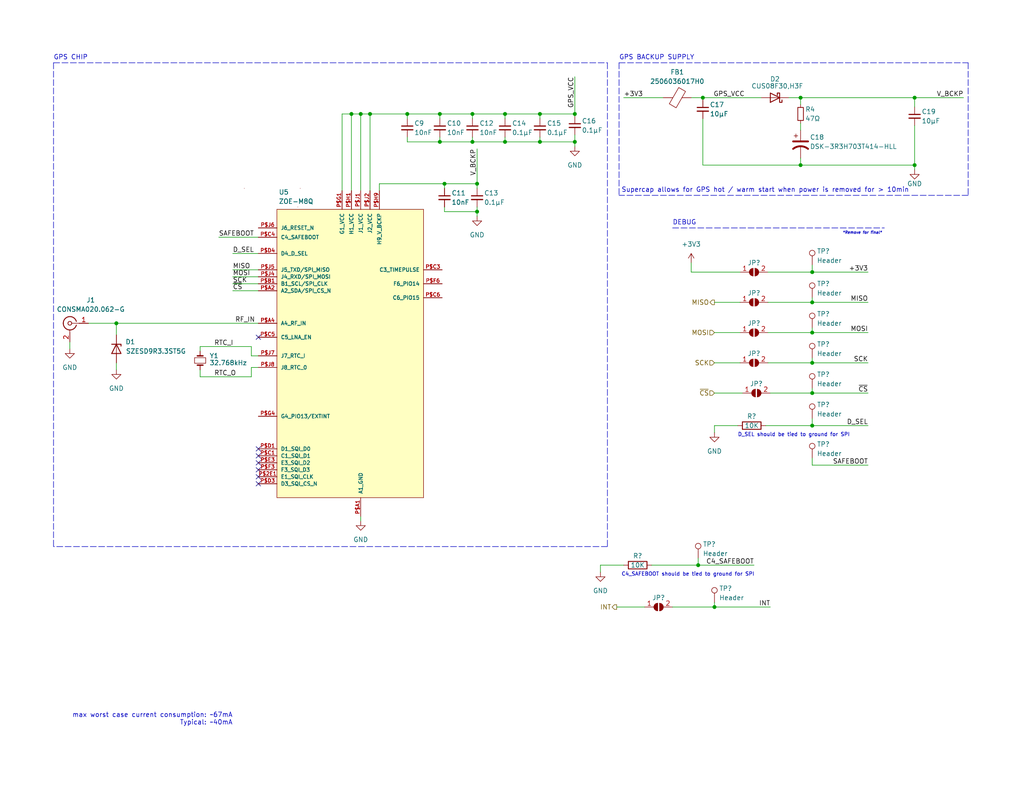
<source format=kicad_sch>
(kicad_sch (version 20211123) (generator eeschema)
  (paper "USLetter")
  (title_block (date "2022-08-06") (rev "V1.0 ") (company "Missouri S&T Rocket Design Team") (comment 1 "Seth Sievers"))
  (lib_symbols
    (symbol "Connector:Conn_Coaxial" (pin_names (offset 1.016) hide)
      (property "Reference" "J" (at 0.254 3.048 0))
      (property "Value" "Conn_Coaxial" (at 2.921 0 90))
      (symbol "Conn_Coaxial_0_1"
        (arc (start -1.778 -0.508) (mid 0.2311 -1.8066) (end 1.778 0) (stroke (width 0.254)))
        (polyline (pts (xy -2.54 0) (xy -0.508 0)))
        (polyline (pts (xy 0 -2.54) (xy 0 -1.778)))
        (circle (center 0 0) (radius 0.508) (stroke (width 0.2032)))
        (arc (start 1.778 0) (mid 0.2099 1.8101) (end -1.778 0.508) (stroke (width 0.254)))
      )
      (symbol "Conn_Coaxial_1_1"
        (pin passive line (at -5.08 0 0) (length 2.54) (name "In") (number "1"))
        (pin passive line (at 0 -5.08 90) (length 2.54) (name "Ext") (number "2"))
      )
    )
    (symbol "Connector:TestPoint" (pin_numbers hide) (pin_names (offset 0.762) hide)
      (property "Reference" "TP" (at 0 6.858 0))
      (property "Value" "TestPoint" (at 0 5.08 0))
      (symbol "TestPoint_0_1"
        (circle (center 0 3.302) (radius 0.762))
      )
      (symbol "TestPoint_1_1"
        (pin passive line (at 0 0 90) (length 2.54) (name "1") (number "1"))
      )
    )
    (symbol "Device:C_Polarized_US" (pin_numbers hide) (pin_names (offset 0.254) hide)
      (property "Reference" "C" (at 0.635 2.54 0))
      (property "Value" "C_Polarized_US" (at 0.635 -2.54 0))
      (symbol "C_Polarized_US_0_1"
        (polyline (pts (xy -2.032 0.762) (xy 2.032 0.762)) (stroke (width 0.508)))
        (polyline (pts (xy -1.778 2.286) (xy -0.762 2.286)))
        (polyline (pts (xy -1.27 1.778) (xy -1.27 2.794)))
        (arc (start 2.032 -1.27) (mid 0 -0.5572) (end -2.032 -1.27) (stroke (width 0.508)))
      )
      (symbol "C_Polarized_US_1_1"
        (pin passive line (at 0 3.81 270) (length 2.794) (name "~") (number "1"))
        (pin passive line (at 0 -3.81 90) (length 3.302) (name "~") (number "2"))
      )
    )
    (symbol "Device:C_Small" (pin_numbers hide) (pin_names (offset 0.254) hide)
      (property "Reference" "C" (at 0.254 1.778 0))
      (property "Value" "C_Small" (at 0.254 -2.032 0))
      (symbol "C_Small_0_1"
        (polyline (pts (xy -1.524 -0.508) (xy 1.524 -0.508)) (stroke (width 0.3302)))
        (polyline (pts (xy -1.524 0.508) (xy 1.524 0.508)) (stroke (width 0.3048)))
      )
      (symbol "C_Small_1_1"
        (pin passive line (at 0 2.54 270) (length 2.032) (name "~") (number "1"))
        (pin passive line (at 0 -2.54 90) (length 2.032) (name "~") (number "2"))
      )
    )
    (symbol "Device:Crystal_Small" (pin_numbers hide) (pin_names (offset 1.016) hide)
      (property "Reference" "Y" (at 0 2.54 0))
      (property "Value" "Crystal_Small" (at 0 -2.54 0))
      (symbol "Crystal_Small_0_1"
        (rectangle (start -0.762 -1.524) (end 0.762 1.524))
        (polyline (pts (xy -1.27 -0.762) (xy -1.27 0.762)) (stroke (width 0.381)))
        (polyline (pts (xy 1.27 -0.762) (xy 1.27 0.762)) (stroke (width 0.381)))
      )
      (symbol "Crystal_Small_1_1"
        (pin passive line (at -2.54 0 0) (length 1.27) (name "1") (number "1"))
        (pin passive line (at 2.54 0 180) (length 1.27) (name "2") (number "2"))
      )
    )
    (symbol "Device:D_Schottky" (pin_numbers hide) (pin_names (offset 1.016) hide)
      (property "Reference" "D?" (at 0 6.35 0))
      (property "Value" "CUS08F30,H3F" (at 0 3.81 0))
      (symbol "D_Schottky_0_1"
        (polyline (pts (xy 1.27 0) (xy -1.27 0)))
        (polyline (pts (xy 1.27 1.27) (xy 1.27 -1.27) (xy -1.27 0) (xy 1.27 1.27)) (stroke (width 0.254)))
        (polyline (pts (xy -1.905 0.635) (xy -1.905 1.27) (xy -1.27 1.27) (xy -1.27 -1.27) (xy -0.635 -1.27) (xy -0.635 -0.635)) (stroke (width 0.254)))
      )
      (symbol "D_Schottky_1_1"
        (pin passive line (at -3.81 0 0) (length 2.54) (name "K") (number "1"))
        (pin passive line (at 3.81 0 180) (length 2.54) (name "A") (number "2"))
      )
    )
    (symbol "Device:D_Zener" (pin_numbers hide) (pin_names (offset 1.016) hide)
      (property "Reference" "D" (at 0 2.54 0))
      (property "Value" "D_Zener" (at 0 -2.54 0))
      (symbol "D_Zener_0_1"
        (polyline (pts (xy 1.27 0) (xy -1.27 0)))
        (polyline (pts (xy -1.27 -1.27) (xy -1.27 1.27) (xy -0.762 1.27)) (stroke (width 0.254)))
        (polyline (pts (xy 1.27 -1.27) (xy 1.27 1.27) (xy -1.27 0) (xy 1.27 -1.27)) (stroke (width 0.254)))
      )
      (symbol "D_Zener_1_1"
        (pin passive line (at -3.81 0 0) (length 2.54) (name "K") (number "1"))
        (pin passive line (at 3.81 0 180) (length 2.54) (name "A") (number "2"))
      )
    )
    (symbol "Device:FerriteBead" (pin_numbers hide) (pin_names (offset 0))
      (property "Reference" "FB" (at -3.81 0.635 90))
      (property "Value" "FerriteBead" (at 3.81 0 90))
      (symbol "FerriteBead_0_1"
        (polyline (pts (xy 0 -1.27) (xy 0 -1.2192)))
        (polyline (pts (xy 0 1.27) (xy 0 1.2954)))
        (polyline (pts (xy -2.7686 0.4064) (xy -1.7018 2.2606) (xy 2.7686 -0.3048) (xy 1.6764 -2.159) (xy -2.7686 0.4064)))
      )
      (symbol "FerriteBead_1_1"
        (pin passive line (at 0 3.81 270) (length 2.54) (name "~") (number "1"))
        (pin passive line (at 0 -3.81 90) (length 2.54) (name "~") (number "2"))
      )
    )
    (symbol "Device:R" (pin_numbers hide) (pin_names (offset 0))
      (property "Reference" "R" (at 2.032 0 90))
      (property "Value" "R" (at 0 0 90))
      (symbol "R_0_1"
        (rectangle (start -1.016 -2.54) (end 1.016 2.54) (stroke (width 0.254)))
      )
      (symbol "R_1_1"
        (pin passive line (at 0 3.81 270) (length 1.27) (name "~") (number "1"))
        (pin passive line (at 0 -3.81 90) (length 1.27) (name "~") (number "2"))
      )
    )
    (symbol "Device:R_Small" (pin_numbers hide) (pin_names (offset 0.254) hide)
      (property "Reference" "R" (at 0.762 0.508 0))
      (property "Value" "R_Small" (at 0.762 -1.016 0))
      (symbol "R_Small_0_1"
        (rectangle (start -0.762 1.778) (end 0.762 -1.778) (stroke (width 0.2032)))
      )
      (symbol "R_Small_1_1"
        (pin passive line (at 0 2.54 270) (length 0.762) (name "~") (number "1"))
        (pin passive line (at 0 -2.54 90) (length 0.762) (name "~") (number "2"))
      )
    )
    (symbol "Jumper:SolderJumper_2_Open" (pin_names (offset 0) hide)
      (property "Reference" "JP" (at 0 2.032 0))
      (property "Value" "SolderJumper_2_Open" (at 0 -2.54 0))
      (symbol "SolderJumper_2_Open_0_1"
        (arc (start -0.254 1.016) (mid -1.27 0) (end -0.254 -1.016))
        (arc (start -0.254 1.016) (mid -1.27 0) (end -0.254 -1.016) (fill (type outline)))
        (polyline (pts (xy -0.254 1.016) (xy -0.254 -1.016)))
        (polyline (pts (xy 0.254 1.016) (xy 0.254 -1.016)))
        (arc (start 0.254 -1.016) (mid 1.27 0) (end 0.254 1.016))
        (arc (start 0.254 -1.016) (mid 1.27 0) (end 0.254 1.016) (fill (type outline)))
      )
      (symbol "SolderJumper_2_Open_1_1"
        (pin passive line (at -3.81 0 0) (length 2.54) (name "A") (number "1"))
        (pin passive line (at 3.81 0 180) (length 2.54) (name "B") (number "2"))
      )
    )
    (symbol "SRAD-FC:ZOE-M8Q" (pin_names (offset 1.016))
      (property "Reference" "U5" (at -22.3773 44.704 0))
      (property "Value" "ZOE-M8Q" (at -22.3773 42.164 0))
      (symbol "ZOE-M8Q_0_0"
        (pin bidirectional line (at -27.94 -33.02 0) (length 5.08) (name "E1_SQI_CLK") (number "P$2E1"))
        (pin power_in line (at 0 -43.815 90) (length 5.08) (name "A1_GND") (number "P$A1"))
        (pin bidirectional line (at -27.94 17.78 0) (length 5.08) (name "A2_SDA/SPI_CS_N") (number "P$A2"))
        (pin power_in line (at 0 -43.815 90) (length 5.08) hide (name "A3_GND") (number "P$A3"))
        (pin input line (at -27.94 8.89 0) (length 5.08) (name "A4_RF_IN") (number "P$A4"))
        (pin power_in line (at 0 -43.815 90) (length 5.08) hide (name "A5_GND") (number "P$A5"))
        (pin no_connect line (at 0 -9.525 90) (length 5.08) hide (name "A6_RESREVED") (number "P$A6"))
        (pin power_in line (at 0 -43.815 90) (length 5.08) hide (name "A7_GND") (number "P$A7"))
        (pin power_in line (at 0 -43.815 90) (length 5.08) hide (name "A8_GND") (number "P$A8"))
        (pin power_in line (at 0 -43.815 90) (length 5.08) hide (name "A9_GND") (number "P$A9"))
        (pin bidirectional line (at -27.94 19.685 0) (length 5.08) (name "B1_SCL/SPI_CLK") (number "P$B1"))
        (pin power_in line (at 0 -43.815 90) (length 5.08) hide (name "B9_GND") (number "P$B9"))
        (pin bidirectional line (at -27.94 -27.305 0) (length 5.08) (name "C1_SQI_D1") (number "P$C1"))
        (pin bidirectional line (at 22.225 23.495 180) (length 5.08) (name "C3_TIMEPULSE") (number "P$C3"))
        (pin bidirectional line (at -27.94 32.385 0) (length 5.08) (name "C4_SAFEBOOT") (number "P$C4"))
        (pin bidirectional line (at -27.94 5.08 0) (length 5.08) (name "C5_LNA_EN") (number "P$C5"))
        (pin bidirectional line (at 22.225 15.875 180) (length 5.08) (name "C6_PIO15") (number "P$C6"))
        (pin power_in line (at 0 -43.815 90) (length 5.08) hide (name "C7_GND") (number "P$C7"))
        (pin power_in line (at 0 -43.815 90) (length 5.08) hide (name "C9_GND") (number "P$C9"))
        (pin bidirectional line (at -27.94 -25.4 0) (length 5.08) (name "D1_SQI_D0") (number "P$D1"))
        (pin bidirectional line (at -27.94 -34.925 0) (length 5.08) (name "D3_SQI_CS_N") (number "P$D3"))
        (pin bidirectional line (at -27.94 27.94 0) (length 5.08) (name "D4_D_SEL") (number "P$D4"))
        (pin power_in line (at 0 -43.815 90) (length 5.08) hide (name "D6_GND") (number "P$D6"))
        (pin power_in line (at 0 -43.815 90) (length 5.08) hide (name "D9_GND") (number "P$D9"))
        (pin bidirectional line (at -27.94 -29.21 0) (length 5.08) (name "E3_SQI_D2") (number "P$E3"))
        (pin power_in line (at 0 -43.815 90) (length 5.08) hide (name "E7_GND") (number "P$E7"))
        (pin no_connect line (at 0 -9.525 90) (length 5.08) hide (name "E9_RESERVED") (number "P$E9"))
        (pin no_connect line (at 0 -9.525 90) (length 5.08) hide (name "F1_RESERVED") (number "P$F1"))
        (pin bidirectional line (at -27.94 -31.115 0) (length 5.08) (name "F3_SQI_D3") (number "P$F3"))
        (pin no_connect line (at 0 -9.525 90) (length 5.08) hide (name "F4_RESERVED") (number "P$F4"))
        (pin bidirectional line (at 22.225 19.685 180) (length 5.08) (name "F6_PIO14") (number "P$F6"))
        (pin power_in line (at 0 -43.815 90) (length 5.08) hide (name "F7_GND") (number "P$F7"))
        (pin no_connect line (at 0 -9.525 90) (length 5.08) hide (name "F9_RESERVED") (number "P$F9"))
        (pin power_in line (at -5.08 45.085 270) (length 5.08) (name "G1_VCC") (number "P$G1"))
        (pin power_in line (at 0 -43.815 90) (length 5.08) hide (name "G3_GND") (number "P$G3"))
        (pin bidirectional line (at -27.94 -16.51 0) (length 5.08) (name "G4_PIO13/EXTINT") (number "P$G4"))
        (pin no_connect line (at 0 -9.525 90) (length 5.08) hide (name "G5_RESERVED") (number "P$G5"))
        (pin power_in line (at 0 -43.815 90) (length 5.08) hide (name "G6_GND") (number "P$G6"))
        (pin power_in line (at 0 -43.815 90) (length 5.08) hide (name "G7_GND") (number "P$G7"))
        (pin no_connect line (at 0 -9.525 90) (length 5.08) hide (name "G9_RESERVED") (number "P$G9"))
        (pin power_in line (at -2.54 45.085 270) (length 5.08) (name "H1_VCC") (number "P$H1"))
        (pin power_in line (at 5.08 45.085 270) (length 5.08) (name "H9_V_BCKP") (number "P$H9"))
        (pin power_in line (at 0 45.085 270) (length 5.08) (name "J1_VCC") (number "P$J1"))
        (pin power_in line (at 2.54 45.085 270) (length 5.08) (name "J2_VCC") (number "P$J2"))
        (pin power_in line (at 0 -43.815 90) (length 5.08) hide (name "J3_GND") (number "P$J3"))
        (pin bidirectional line (at -27.94 21.59 0) (length 5.08) (name "J4_RXD/SPI_MOSI") (number "P$J4"))
        (pin bidirectional line (at -27.94 23.495 0) (length 5.08) (name "J5_TXD/SPI_MISO") (number "P$J5"))
        (pin bidirectional line (at -27.94 34.925 0) (length 5.08) (name "J6_RESET_N") (number "P$J6"))
        (pin bidirectional line (at -27.94 0 0) (length 5.08) (name "J7_RTC_I") (number "P$J7"))
        (pin bidirectional line (at -27.94 -3.175 0) (length 5.08) (name "J8_RTC_0") (number "P$J8"))
        (pin power_in line (at 0 -43.815 90) (length 5.08) hide (name "J9_GND") (number "P$J9"))
      )
      (symbol "ZOE-M8Q_0_1"
        (rectangle (start -31.75 45.72) (end -31.75 45.72))
        (rectangle (start -22.86 40.005) (end 17.145 -38.735) (fill (type background)))
        (rectangle (start -17.145 40.64) (end -17.145 40.64))
        (rectangle (start -16.51 45.72) (end -16.51 45.72))
      )
    )
    (symbol "power:+3V3" (power) (pin_names (offset 0))
      (property "Value" "+3V3" (at 0 3.556 0))
      (symbol "+3V3_0_1"
        (polyline (pts (xy -0.762 1.27) (xy 0 2.54)))
        (polyline (pts (xy 0 0) (xy 0 2.54)))
        (polyline (pts (xy 0 2.54) (xy 0.762 1.27)))
      )
      (symbol "+3V3_1_1"
        (pin power_in line (at 0 0 90) (length 0) hide (name "+3V3") (number "1"))
      )
    )
    (symbol "power:GND" (power) (pin_names (offset 0))
      (property "Value" "GND" (at 0 -3.81 0))
      (symbol "GND_0_1"
        (polyline (pts (xy 0 0) (xy 0 -1.27) (xy 1.27 -1.27) (xy 0 -2.54) (xy -1.27 -1.27) (xy 0 -1.27)))
      )
      (symbol "GND_1_1"
        (pin power_in line (at 0 0 270) (length 0) hide (name "GND") (number "1"))
      )
    )
  )
  (junction (at 190.5 154.305))
  (junction (at 128.905 38.735))
  (junction (at 221.615 107.315))
  (junction (at 191.77 26.67))
  (junction (at 221.615 82.55))
  (junction (at 156.845 38.735))
  (junction (at 100.965 31.115))
  (junction (at 249.555 45.085))
  (junction (at 218.44 26.67))
  (junction (at 31.75 88.265))
  (junction (at 98.425 31.115))
  (junction (at 130.175 50.165))
  (junction (at 221.615 116.205))
  (junction (at 218.44 45.085))
  (junction (at 95.885 31.115))
  (junction (at 147.32 38.735))
  (junction (at 111.125 31.115))
  (junction (at 221.615 90.805))
  (junction (at 130.175 57.785))
  (junction (at 221.615 99.06))
  (junction (at 120.015 38.735))
  (junction (at 249.555 26.67))
  (junction (at 156.845 31.115))
  (junction (at 194.945 165.735))
  (junction (at 137.795 38.735))
  (junction (at 137.795 31.115))
  (junction (at 221.615 74.295))
  (junction (at 121.285 50.165))
  (junction (at 120.015 31.115))
  (junction (at 128.905 31.115))
  (junction (at 147.32 31.115))
  (no_connect (at 70.485 92.075))
  (no_connect (at 70.485 132.08))
  (no_connect (at 70.485 130.175))
  (no_connect (at 70.485 128.27))
  (no_connect (at 70.485 126.365))
  (no_connect (at 70.485 124.46))
  (no_connect (at 70.485 122.555))
  (wire (pts (xy 63.5 79.375) (xy 70.485 79.375)))
  (wire (pts (xy 130.175 40.64) (xy 130.175 50.165)))
  (wire (pts (xy 130.175 50.165) (xy 130.175 51.435)))
  (wire (pts (xy 194.945 82.55) (xy 201.93 82.55)))
  (wire (pts (xy 98.425 140.97) (xy 98.425 142.24)))
  (wire (pts (xy 249.555 26.67) (xy 249.555 29.21)))
  (wire (pts (xy 128.905 38.735) (xy 137.795 38.735)))
  (wire (pts (xy 191.77 26.67) (xy 207.645 26.67)))
  (wire (pts (xy 121.285 56.515) (xy 121.285 57.785)))
  (wire (pts (xy 221.615 114.3) (xy 221.615 116.205)))
  (wire (pts (xy 215.265 26.67) (xy 218.44 26.67)))
  (polyline (pts (xy 264.16 17.145) (xy 264.16 53.34)))
  (wire (pts (xy 121.285 50.165) (xy 130.175 50.165)))
  (wire (pts (xy 121.285 50.165) (xy 121.285 51.435)))
  (wire (pts (xy 130.175 57.785) (xy 130.175 59.055)))
  (wire (pts (xy 111.125 31.115) (xy 120.015 31.115)))
  (wire (pts (xy 31.75 88.265) (xy 70.485 88.265)))
  (wire (pts (xy 68.58 97.155) (xy 68.58 94.615)))
  (wire (pts (xy 111.125 31.115) (xy 111.125 32.385)))
  (wire (pts (xy 128.905 37.465) (xy 128.905 38.735)))
  (wire (pts (xy 59.69 64.77) (xy 70.485 64.77)))
  (wire (pts (xy 111.125 37.465) (xy 111.125 38.735)))
  (wire (pts (xy 218.44 26.67) (xy 218.44 28.575)))
  (wire (pts (xy 218.44 33.655) (xy 218.44 35.56)))
  (wire (pts (xy 120.015 31.115) (xy 128.905 31.115)))
  (wire (pts (xy 194.945 107.315) (xy 202.565 107.315)))
  (wire (pts (xy 120.015 38.735) (xy 128.905 38.735)))
  (wire (pts (xy 128.905 31.115) (xy 128.905 32.385)))
  (wire (pts (xy 249.555 45.085) (xy 249.555 46.355)))
  (wire (pts (xy 209.55 82.55) (xy 221.615 82.55)))
  (wire (pts (xy 221.615 72.39) (xy 221.615 74.295)))
  (wire (pts (xy 221.615 74.295) (xy 236.855 74.295)))
  (wire (pts (xy 54.61 94.615) (xy 68.58 94.615)))
  (wire (pts (xy 191.77 32.385) (xy 191.77 45.085)))
  (wire (pts (xy 103.505 50.165) (xy 121.285 50.165)))
  (wire (pts (xy 221.615 127) (xy 236.855 127)))
  (wire (pts (xy 163.83 154.305) (xy 170.18 154.305)))
  (wire (pts (xy 54.61 95.885) (xy 54.61 94.615)))
  (wire (pts (xy 194.945 116.205) (xy 201.295 116.205)))
  (wire (pts (xy 191.77 45.085) (xy 218.44 45.085)))
  (polyline (pts (xy 165.735 149.225) (xy 14.605 149.225)))
  (wire (pts (xy 63.5 75.565) (xy 70.485 75.565)))
  (wire (pts (xy 54.61 102.87) (xy 68.58 102.87)))
  (wire (pts (xy 103.505 52.07) (xy 103.505 50.165)))
  (wire (pts (xy 137.795 37.465) (xy 137.795 38.735)))
  (wire (pts (xy 147.32 37.465) (xy 147.32 38.735)))
  (wire (pts (xy 128.905 31.115) (xy 137.795 31.115)))
  (wire (pts (xy 218.44 45.085) (xy 218.44 43.18)))
  (wire (pts (xy 210.185 107.315) (xy 221.615 107.315)))
  (wire (pts (xy 111.125 38.735) (xy 120.015 38.735)))
  (wire (pts (xy 31.75 99.06) (xy 31.75 100.965)))
  (wire (pts (xy 100.965 31.115) (xy 111.125 31.115)))
  (wire (pts (xy 221.615 106.045) (xy 221.615 107.315)))
  (wire (pts (xy 194.945 99.06) (xy 201.93 99.06)))
  (wire (pts (xy 156.845 38.735) (xy 156.845 36.83)))
  (wire (pts (xy 95.885 31.115) (xy 98.425 31.115)))
  (wire (pts (xy 191.77 26.67) (xy 191.77 27.305)))
  (wire (pts (xy 70.485 97.155) (xy 68.58 97.155)))
  (wire (pts (xy 31.75 88.265) (xy 31.75 91.44)))
  (wire (pts (xy 221.615 116.205) (xy 236.855 116.205)))
  (wire (pts (xy 221.615 107.315) (xy 236.855 107.315)))
  (wire (pts (xy 221.615 97.79) (xy 221.615 99.06)))
  (wire (pts (xy 188.595 26.67) (xy 191.77 26.67)))
  (wire (pts (xy 24.13 88.265) (xy 31.75 88.265)))
  (wire (pts (xy 137.795 31.115) (xy 147.32 31.115)))
  (wire (pts (xy 147.32 38.735) (xy 156.845 38.735)))
  (polyline (pts (xy 168.91 17.145) (xy 264.16 17.145)))
  (wire (pts (xy 218.44 26.67) (xy 249.555 26.67)))
  (wire (pts (xy 221.615 82.55) (xy 236.855 82.55)))
  (wire (pts (xy 147.32 31.115) (xy 156.845 31.115)))
  (wire (pts (xy 194.945 90.805) (xy 201.93 90.805)))
  (wire (pts (xy 19.05 93.345) (xy 19.05 95.25)))
  (wire (pts (xy 221.615 127) (xy 221.615 125.095)))
  (wire (pts (xy 190.5 152.4) (xy 190.5 154.305)))
  (polyline (pts (xy 165.735 17.145) (xy 165.735 149.225)))
  (polyline (pts (xy 264.16 53.34) (xy 168.91 53.34)))
  (polyline (pts (xy 168.91 17.145) (xy 168.91 53.34)))
  (polyline (pts (xy 14.605 17.145) (xy 14.605 149.225)))
  (wire (pts (xy 63.5 77.47) (xy 70.485 77.47)))
  (wire (pts (xy 137.795 31.115) (xy 137.795 32.385)))
  (wire (pts (xy 68.58 102.87) (xy 68.58 100.33)))
  (wire (pts (xy 190.5 154.305) (xy 205.74 154.305)))
  (wire (pts (xy 188.595 71.755) (xy 188.595 74.295)))
  (wire (pts (xy 120.015 31.115) (xy 120.015 32.385)))
  (polyline (pts (xy 183.515 62.23) (xy 241.3 62.23)))
  (wire (pts (xy 93.345 31.115) (xy 95.885 31.115)))
  (wire (pts (xy 156.845 31.115) (xy 156.845 31.75)))
  (wire (pts (xy 221.615 90.805) (xy 236.855 90.805)))
  (wire (pts (xy 194.945 165.735) (xy 194.945 164.465)))
  (wire (pts (xy 221.615 81.28) (xy 221.615 82.55)))
  (wire (pts (xy 93.345 31.115) (xy 93.345 52.07)))
  (wire (pts (xy 63.5 69.215) (xy 70.485 69.215)))
  (wire (pts (xy 54.61 100.965) (xy 54.61 102.87)))
  (wire (pts (xy 208.915 116.205) (xy 221.615 116.205)))
  (wire (pts (xy 209.55 90.805) (xy 221.615 90.805)))
  (wire (pts (xy 63.5 73.66) (xy 70.485 73.66)))
  (wire (pts (xy 98.425 31.115) (xy 100.965 31.115)))
  (wire (pts (xy 170.18 26.67) (xy 180.975 26.67)))
  (wire (pts (xy 120.015 37.465) (xy 120.015 38.735)))
  (wire (pts (xy 100.965 31.115) (xy 100.965 52.07)))
  (wire (pts (xy 98.425 31.115) (xy 98.425 52.07)))
  (wire (pts (xy 156.845 38.735) (xy 156.845 40.005)))
  (wire (pts (xy 194.945 165.735) (xy 210.185 165.735)))
  (wire (pts (xy 249.555 26.67) (xy 262.89 26.67)))
  (wire (pts (xy 249.555 45.085) (xy 218.44 45.085)))
  (polyline (pts (xy 14.605 17.145) (xy 165.735 17.145)))
  (wire (pts (xy 68.58 100.33) (xy 70.485 100.33)))
  (wire (pts (xy 209.55 74.295) (xy 221.615 74.295)))
  (wire (pts (xy 183.515 165.735) (xy 194.945 165.735)))
  (wire (pts (xy 177.8 154.305) (xy 190.5 154.305)))
  (wire (pts (xy 156.845 20.955) (xy 156.845 31.115)))
  (wire (pts (xy 209.55 99.06) (xy 221.615 99.06)))
  (wire (pts (xy 163.83 154.305) (xy 163.83 156.21)))
  (wire (pts (xy 194.945 116.205) (xy 194.945 118.11)))
  (wire (pts (xy 95.885 31.115) (xy 95.885 52.07)))
  (wire (pts (xy 147.32 31.115) (xy 147.32 32.385)))
  (wire (pts (xy 130.175 56.515) (xy 130.175 57.785)))
  (wire (pts (xy 188.595 74.295) (xy 201.93 74.295)))
  (wire (pts (xy 121.285 57.785) (xy 130.175 57.785)))
  (wire (pts (xy 168.275 165.735) (xy 175.895 165.735)))
  (wire (pts (xy 249.555 34.29) (xy 249.555 45.085)))
  (wire (pts (xy 221.615 99.06) (xy 236.855 99.06)))
  (wire (pts (xy 221.615 89.535) (xy 221.615 90.805)))
  (wire (pts (xy 137.795 38.735) (xy 147.32 38.735)))
  (text "Supercap allows for GPS hot / warm start when power is removed for > 10min\n" (at 169.545 52.705 0) (effects (font (size 1.27 1.27)) (justify left bottom)))
  (text "GPS CHIP" (at 14.605 16.51 0) (effects (font (size 1.27 1.27)) (justify left bottom)))
  (text "DEBUG" (at 183.515 61.595 0) (effects (font (size 1.27 1.27)) (justify left bottom)))
  (text "C4_SAFEBOOT should be tied to ground for SPI" (at 169.545 157.48 0) (effects (font (size 1 1)) (justify left bottom)))
  (text "GPS BACKUP SUPPLY" (at 168.91 16.51 0) (effects (font (size 1.27 1.27)) (justify left bottom)))
  (text "D_SEL should be tied to ground for SPI" (at 201.295 119.38 0) (effects (font (size 1 1)) (justify left bottom)))
  (text "*Remove for final*" (at 229.87 64.135 0) (effects (font (size 0.75 0.75) italic) (justify left bottom)))
  (text "max worst case current consumption: ~67mA\nTypical: ~40mA\n" (at 63.5 198.12 0) (effects (font (size 1.27 1.27)) (justify right bottom)))
  (label "GPS_VCC" (at 156.845 20.955 270))
  (label "D_SEL" (at 236.855 116.205 180))
  (label "SCK" (at 63.5 77.47 0))
  (label "GPS_VCC" (at 203.2 26.67 180))
  (label "RTC_O" (at 58.42 102.87 0))
  (label "MISO" (at 236.855 82.55 180))
  (label "~{CS}" (at 236.855 107.315 180))
  (label "~{CS}" (at 63.5 79.375 0))
  (label "MOSI" (at 63.5 75.565 0))
  (label "MOSI" (at 236.855 90.805 180))
  (label "INT" (at 210.185 165.735 180))
  (label "V_BCKP" (at 130.175 40.64 270))
  (label "C4_SAFEBOOT" (at 205.74 154.305 180))
  (label "V_BCKP" (at 262.89 26.67 180))
  (label "RF_IN" (at 64.135 88.265 0))
  (label "SAFEBOOT" (at 59.69 64.77 0))
  (label "+3V3" (at 236.855 74.295 180))
  (label "RTC_I" (at 58.42 94.615 0))
  (label "D_SEL" (at 63.5 69.215 0))
  (label "SAFEBOOT" (at 236.855 127 180))
  (label "+3V3" (at 170.18 26.67 0))
  (label "SCK" (at 236.855 99.06 180))
  (label "MISO" (at 63.5 73.66 0))
  (hierarchical_label "~{CS}" (shape input) (at 194.945 107.315 180))
  (hierarchical_label "INT" (shape output) (at 168.275 165.735 180))
  (hierarchical_label "SCK" (shape input) (at 194.945 99.06 180))
  (hierarchical_label "MISO" (shape output) (at 194.945 82.55 180))
  (hierarchical_label "MOSI" (shape input) (at 194.945 90.805 180))
  (symbol (lib_id "Device:Crystal_Small") (at 54.61 98.425 90) (unit 1)
    (property "Reference" "Y1" (at 57.15 97.1549 90) (effects (justify right)))
    (property "Value" "32.768kHz" (at 57.15 99.06 90) (effects (justify right)))
    (property "Footprint" "Crystal:Crystal_SMD_3215-2Pin_3.2x1.5mm" (effects hide))
    (property "Datasheet" "http://cfd.citizen.co.jp/cms/cfd/pdf/english/CM315D_E.pdf" (effects hide))
    (property "Digikey" "https://www.digikey.com/en/products/detail/citizen-finedevice-co-ltd/CM315D32768HZFT/5970266" (effects hide))
  )
  (symbol (lib_id "Jumper:SolderJumper_2_Open") (at 205.74 90.805 0) (unit 1)
    (property "Reference" "JP?" (at 205.74 88.265 0))
    (property "Value" "SolderJumper_2_Open" (effects hide))
    (property "Footprint" "Jumper:SolderJumper-2_P1.3mm_Open_RoundedPad1.0x1.5mm" (effects hide))
  )
  (symbol (lib_id "Connector:TestPoint") (at 221.615 106.045 0) (unit 1)
    (property "Reference" "TP?" (at 222.885 102.235 0) (effects (justify left)))
    (property "Value" "Header" (at 222.885 104.775 0) (effects (justify left)))
    (property "Footprint" "Connector_PinHeader_2.54mm:PinHeader_1x01_P2.54mm_Vertical" (effects hide))
  )
  (symbol (lib_id "SRAD-FC:ZOE-M8Q") (at 98.425 97.155 0) (unit 1)
    (property "Reference" "U5" (at 76.0477 52.451 0) (effects (justify left)))
    (property "Value" "ZOE-M8Q" (at 76.0477 54.991 0) (effects (justify left)))
    (property "Footprint" "SRAD-FC:ZOE-M8" (effects hide))
    (property "Datasheet" "https://content.u-blox.com/sites/default/files/ZOE-M8_DataSheet_%28UBX-16008094%29.pdf" (effects hide))
    (property "Digikey" "https://www.digikey.com/en/products/detail/u-blox/ZOE-M8Q-0/7931798?s=N4IgTCBcDaIK4CMA2B7AHgAgF4oKYYFsAOARxAF0BfIA" (effects hide))
  )
  (symbol (lib_id "Device:FerriteBead") (at 184.785 26.67 270) (unit 1)
    (property "Reference" "FB1" (at 184.785 19.685 90))
    (property "Value" "2506036017H0" (at 184.785 22.225 90))
    (property "Footprint" "Capacitor_SMD:C_0603_1608Metric_Pad1.08x0.95mm_HandSolder" (effects hide))
    (property "Datasheet" "https://www.fair-rite.com/wp-content/themes/fair-rite/print_product.php?pid=29747" (effects hide))
    (property "Digikey" "https://www.digikey.com/en/products/detail/fair-rite-products-corp/2506036017H0/14635286" (effects hide))
  )
  (symbol (lib_id "Device:C_Small") (at 111.125 34.925 0) (unit 1)
    (property "Reference" "C9" (at 113.03 33.655 0) (effects (justify left)))
    (property "Value" "10nF" (at 113.03 36.195 0) (effects (justify left)))
  )
  (symbol (lib_id "Jumper:SolderJumper_2_Open") (at 205.74 82.55 0) (unit 1)
    (property "Reference" "JP?" (at 205.74 80.01 0))
    (property "Value" "SolderJumper_2_Open" (effects hide))
    (property "Footprint" "Jumper:SolderJumper-2_P1.3mm_Open_RoundedPad1.0x1.5mm" (effects hide))
  )
  (symbol (lib_id "Connector:TestPoint") (at 221.615 125.095 0) (unit 1)
    (property "Reference" "TP?" (at 222.885 121.285 0) (effects (justify left)))
    (property "Value" "Header" (at 222.885 123.825 0) (effects (justify left)))
    (property "Footprint" "Connector_PinHeader_2.54mm:PinHeader_1x01_P2.54mm_Vertical" (effects hide))
  )
  (symbol (lib_id "Jumper:SolderJumper_2_Open") (at 179.705 165.735 0) (unit 1)
    (property "Reference" "JP?" (at 179.705 163.195 0))
    (property "Value" "SolderJumper_2_Open" (effects hide))
    (property "Footprint" "Jumper:SolderJumper-2_P1.3mm_Open_RoundedPad1.0x1.5mm" (effects hide))
  )
  (symbol (lib_id "Device:C_Small") (at 191.77 29.845 0) (unit 1)
    (property "Reference" "C17" (at 193.675 28.575 0) (effects (justify left)))
    (property "Value" "10μF" (at 193.675 31.115 0) (effects (justify left)))
  )
  (symbol (lib_id "Device:C_Small") (at 121.285 53.975 0) (unit 1)
    (property "Reference" "C11" (at 123.19 52.705 0) (effects (justify left)))
    (property "Value" "10nF" (at 123.19 55.245 0) (effects (justify left)))
  )
  (symbol (lib_id "power:GND") (at 194.945 118.11 0) (unit 1)
    (property "Reference" "#PWR?" (effects hide))
    (property "Value" "GND" (at 194.945 123.19 0))
  )
  (symbol (lib_id "Device:R") (at 205.105 116.205 90) (unit 1)
    (property "Reference" "R?" (at 205.105 113.665 90))
    (property "Value" "10K" (at 205.105 116.205 90))
  )
  (symbol (lib_id "Device:D_Zener") (at 31.75 95.25 270) (unit 1)
    (property "Reference" "D1" (at 35.56 93.345 90))
    (property "Value" "SZESD9R3.3ST5G" (at 42.545 95.885 90))
    (property "Footprint" "Diode_SMD:D_SOD-923" (effects hide))
    (property "Datasheet" "https://www.onsemi.com/pdf/datasheet/esd9r3.3s-d.pdf" (effects hide))
    (property "Digikey" "https://www.digikey.com/en/products/detail/onsemi/SZESD9R3-3ST5G/8539006" (effects hide))
  )
  (symbol (lib_id "Device:C_Small") (at 249.555 31.75 0) (unit 1)
    (property "Reference" "C19" (at 251.46 30.48 0) (effects (justify left)))
    (property "Value" "10μF" (at 251.46 33.02 0) (effects (justify left)))
  )
  (symbol (lib_id "power:GND") (at 31.75 100.965 0) (unit 1)
    (property "Reference" "#PWR0118" (effects hide))
    (property "Value" "GND" (at 31.75 106.045 0))
  )
  (symbol (lib_id "power:GND") (at 249.555 46.355 0) (unit 1)
    (property "Reference" "#PWR0114" (effects hide))
    (property "Value" "GND" (at 249.555 50.165 0))
  )
  (symbol (lib_id "Device:R") (at 173.99 154.305 90) (unit 1)
    (property "Reference" "R?" (at 173.99 151.765 90))
    (property "Value" "10K" (at 173.99 154.305 90))
  )
  (symbol (lib_id "Device:C_Small") (at 137.795 34.925 0) (unit 1)
    (property "Reference" "C14" (at 139.7 33.655 0) (effects (justify left)))
    (property "Value" "0.1μF" (at 139.7 36.195 0) (effects (justify left)))
  )
  (symbol (lib_id "Device:C_Polarized_US") (at 218.44 39.37 0) (unit 1)
    (property "Reference" "C18" (at 220.98 37.465 0) (effects (justify left)))
    (property "Value" "DSK-3R3H703T414-HLL" (at 220.98 40.005 0) (effects (justify left)))
    (property "Footprint" "SRAD-FC:CAP_DSK-3R3H703T414-HLL" (effects hide))
    (property "Datasheet" "https://www.elna.co.jp/en/capacitor/double_layer/catalog/pdf/dsk414_e.pdf" (effects hide))
    (property "Digikey" "https://www.digikey.com/en/products/detail/elna-america/DSK-3R3H703T414-HLL/2171245" (effects hide))
  )
  (symbol (lib_id "Device:D_Schottky") (at 211.455 26.67 180) (unit 1)
    (property "Reference" "D2" (at 211.455 21.59 0))
    (property "Value" "CUS08F30,H3F" (at 212.09 23.495 0))
    (property "Footprint" "Diode_SMD:D_SOD-323_HandSoldering" (effects hide))
    (property "Datasheet" "https://toshiba.semicon-storage.com/info/docget.jsp?did=9019&prodName=CUS08F30" (effects hide))
    (property "Digikey" "https://www.digikey.com/en/products/detail/toshiba-semiconductor-and-storage/CUS08F30-H3F/5114298" (effects hide))
  )
  (symbol (lib_id "Connector:TestPoint") (at 221.615 97.79 0) (unit 1)
    (property "Reference" "TP?" (at 222.885 93.98 0) (effects (justify left)))
    (property "Value" "Header" (at 222.885 96.52 0) (effects (justify left)))
    (property "Footprint" "Connector_PinHeader_2.54mm:PinHeader_1x01_P2.54mm_Vertical" (effects hide))
  )
  (symbol (lib_id "Connector:TestPoint") (at 190.5 152.4 0) (unit 1)
    (property "Reference" "TP?" (at 191.77 148.59 0) (effects (justify left)))
    (property "Value" "Header" (at 191.77 151.13 0) (effects (justify left)))
    (property "Footprint" "Connector_PinHeader_2.54mm:PinHeader_1x01_P2.54mm_Vertical" (effects hide))
  )
  (symbol (lib_id "Jumper:SolderJumper_2_Open") (at 205.74 99.06 0) (unit 1)
    (property "Reference" "JP?" (at 205.74 96.52 0))
    (property "Value" "SolderJumper_2_Open" (effects hide))
    (property "Footprint" "Jumper:SolderJumper-2_P1.3mm_Open_RoundedPad1.0x1.5mm" (effects hide))
  )
  (symbol (lib_id "Device:C_Small") (at 156.845 34.29 0) (unit 1)
    (property "Reference" "C16" (at 158.75 33.02 0) (effects (justify left)))
    (property "Value" "0.1μF" (at 158.75 35.56 0) (effects (justify left)))
  )
  (symbol (lib_id "Device:R_Small") (at 218.44 31.115 0) (unit 1)
    (property "Reference" "R4" (at 219.71 29.845 0) (effects (justify left)))
    (property "Value" "47Ω" (at 219.71 32.385 0) (effects (justify left)))
  )
  (symbol (lib_id "Device:C_Small") (at 147.32 34.925 0) (unit 1)
    (property "Reference" "C15" (at 149.225 33.655 0) (effects (justify left)))
    (property "Value" "0.1μF" (at 149.225 36.195 0) (effects (justify left)))
  )
  (symbol (lib_id "Jumper:SolderJumper_2_Open") (at 205.74 74.295 0) (unit 1)
    (property "Reference" "JP?" (at 205.74 71.755 0))
    (property "Value" "SolderJumper_2_Open" (effects hide))
    (property "Footprint" "Jumper:SolderJumper-2_P1.3mm_Open_RoundedPad1.0x1.5mm" (effects hide))
  )
  (symbol (lib_id "Jumper:SolderJumper_2_Open") (at 206.375 107.315 0) (unit 1)
    (property "Reference" "JP?" (at 206.375 104.775 0))
    (property "Value" "SolderJumper_2_Open" (effects hide))
    (property "Footprint" "Jumper:SolderJumper-2_P1.3mm_Open_RoundedPad1.0x1.5mm" (effects hide))
  )
  (symbol (lib_id "power:GND") (at 98.425 142.24 0) (unit 1)
    (property "Reference" "#PWR0116" (effects hide))
    (property "Value" "GND" (at 98.425 147.32 0))
  )
  (symbol (lib_id "Connector:TestPoint") (at 194.945 164.465 0) (unit 1)
    (property "Reference" "TP?" (at 196.215 160.655 0) (effects (justify left)))
    (property "Value" "Header" (at 196.215 163.195 0) (effects (justify left)))
    (property "Footprint" "Connector_PinHeader_2.54mm:PinHeader_1x01_P2.54mm_Vertical" (effects hide))
  )
  (symbol (lib_id "power:+3V3") (at 188.595 71.755 0) (unit 1)
    (property "Reference" "#PWR?" (effects hide))
    (property "Value" "+3V3" (at 188.595 66.675 0))
  )
  (symbol (lib_id "Device:C_Small") (at 120.015 34.925 0) (unit 1)
    (property "Reference" "C10" (at 121.92 33.655 0) (effects (justify left)))
    (property "Value" "10nF" (at 121.92 36.195 0) (effects (justify left)))
  )
  (symbol (lib_id "Device:C_Small") (at 128.905 34.925 0) (unit 1)
    (property "Reference" "C12" (at 130.81 33.655 0) (effects (justify left)))
    (property "Value" "10nF" (at 130.81 36.195 0) (effects (justify left)))
  )
  (symbol (lib_id "power:GND") (at 130.175 59.055 0) (unit 1)
    (property "Reference" "#PWR0115" (effects hide))
    (property "Value" "GND" (at 130.175 64.135 0))
  )
  (symbol (lib_id "Connector:TestPoint") (at 221.615 81.28 0) (unit 1)
    (property "Reference" "TP?" (at 222.885 77.47 0) (effects (justify left)))
    (property "Value" "Header" (at 222.885 80.01 0) (effects (justify left)))
    (property "Footprint" "Connector_PinHeader_2.54mm:PinHeader_1x01_P2.54mm_Vertical" (effects hide))
  )
  (symbol (lib_id "Device:C_Small") (at 130.175 53.975 0) (unit 1)
    (property "Reference" "C13" (at 132.08 52.705 0) (effects (justify left)))
    (property "Value" "0.1μF" (at 132.08 55.245 0) (effects (justify left)))
  )
  (symbol (lib_id "power:GND") (at 156.845 40.005 0) (unit 1)
    (property "Reference" "#PWR0117" (effects hide))
    (property "Value" "GND" (at 156.845 45.085 0))
  )
  (symbol (lib_id "Connector:Conn_Coaxial") (at 19.05 88.265 0) (mirror y) (unit 1)
    (property "Reference" "J1" (at 24.765 81.915 0))
    (property "Value" "CONSMA020.062-G" (at 24.765 84.455 0))
    (property "Footprint" "SRAD-FC:CONSMA020.062-G" (effects hide))
    (property "Datasheet" " https://linxtechnologies.com/wp/wp-content/uploads/consma020.062-g-ds.pdf" (effects hide))
  )
  (symbol (lib_id "Connector:TestPoint") (at 221.615 72.39 0) (unit 1)
    (property "Reference" "TP?" (at 222.885 68.58 0) (effects (justify left)))
    (property "Value" "Header" (at 222.885 71.12 0) (effects (justify left)))
    (property "Footprint" "Connector_PinHeader_2.54mm:PinHeader_1x01_P2.54mm_Vertical" (effects hide))
  )
  (symbol (lib_id "Connector:TestPoint") (at 221.615 114.3 0) (unit 1)
    (property "Reference" "TP?" (at 222.885 110.49 0) (effects (justify left)))
    (property "Value" "Header" (at 222.885 113.03 0) (effects (justify left)))
    (property "Footprint" "Connector_PinHeader_2.54mm:PinHeader_1x01_P2.54mm_Vertical" (effects hide))
  )
  (symbol (lib_id "power:GND") (at 19.05 95.25 0) (unit 1)
    (property "Reference" "#PWR0119" (effects hide))
    (property "Value" "GND" (at 19.05 100.33 0))
  )
  (symbol (lib_id "Connector:TestPoint") (at 221.615 89.535 0) (unit 1)
    (property "Reference" "TP?" (at 222.885 85.725 0) (effects (justify left)))
    (property "Value" "Header" (at 222.885 88.265 0) (effects (justify left)))
    (property "Footprint" "Connector_PinHeader_2.54mm:PinHeader_1x01_P2.54mm_Vertical" (effects hide))
  )
  (symbol (lib_id "power:GND") (at 163.83 156.21 0) (unit 1)
    (property "Reference" "#PWR?" (effects hide))
    (property "Value" "GND" (at 163.83 161.29 0))
  )
)
</source>
